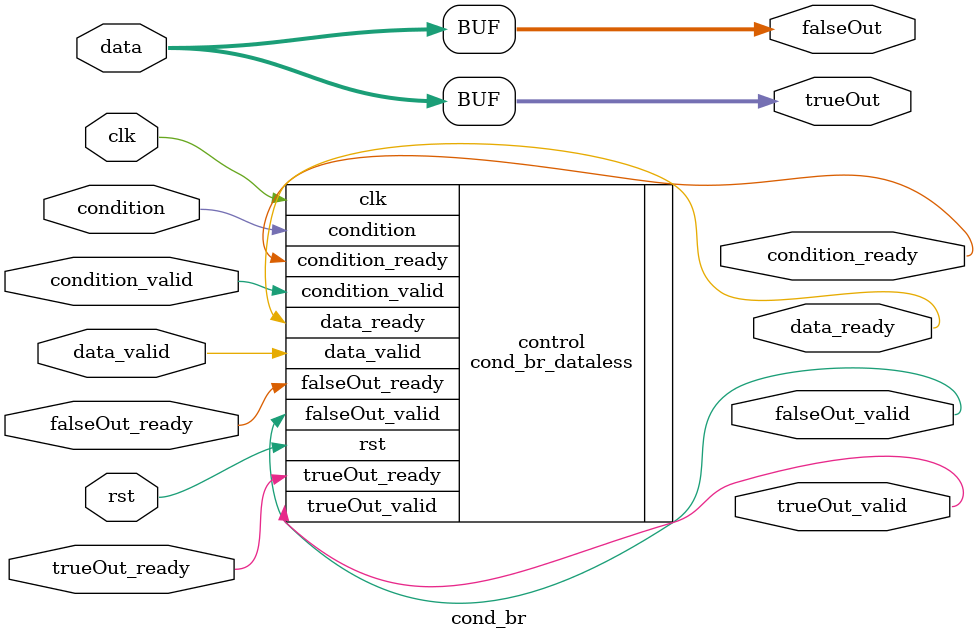
<source format=v>
`timescale 1ns/1ps
module cond_br #(
	parameter DATA_TYPE = 32 // Default set to 32 bits
)(
	input clk,
	input rst,
  // Data Input Channel
	input [DATA_TYPE - 1 : 0] data,				
	input data_valid,
  output data_ready,
  // Condition Input Channel
	input condition,		
	input condition_valid,
  output condition_ready,
  // True Output Channel
  output [DATA_TYPE - 1 : 0] trueOut,
  output trueOut_valid,
	input trueOut_ready,
  // False Output Channel
  output [DATA_TYPE - 1 : 0] falseOut,
  output falseOut_valid,
	input falseOut_ready
);
	cond_br_dataless control (
		.clk			       (clk			       ),
		.rst			       (rst	    	     ),
		.data_valid		   (data_valid	   ),
    .data_ready		   (data_ready	   ),
		.condition		   (condition		   ),
		.condition_valid (condition_valid),
    .condition_ready (condition_ready),
    .trueOut_valid	 (trueOut_valid	 ),
		.trueOut_ready	 (trueOut_ready	 ),
		.falseOut_valid	 (falseOut_valid ),
		.falseOut_ready	 (falseOut_ready )
	);

	assign trueOut = data;
	assign falseOut = data;

endmodule

</source>
